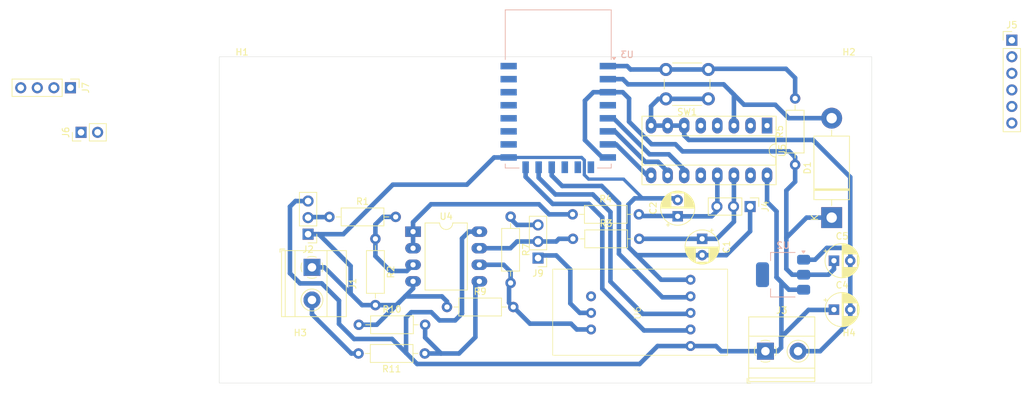
<source format=kicad_pcb>
(kicad_pcb (version 20240108) (generator "pcbnew") (generator_version "8.0")
  (layers (0 "F.Cu" signal) (31 "B.Cu" signal) (34 "B.Paste" user) (35 "F.Paste" user) (36 "B.SilkS" user "B.Silkscreen") (37 "F.SilkS" user "F.Silkscreen") (38 "B.Mask" user) (39 "F.Mask" user) (44 "Edge.Cuts" user))
  (net 0 "")
  (net 1 "GND")
  (net 2 "Vamp2")
  (net 3 "Vamp1")
  (net 4 "+5V")
  (net 5 "+3.3V")
  (net 6 "Vpanel")
  (net 7 "Vcurrent")
  (net 14 "Net-(J6-Pin_2)")
  (net 15 "TX")
  (net 16 "RX")
  (net 17 "Net-(U4A-+)")
  (net 18 "Pot+")
  (net 19 "Net-(U4A--)")
  (net 20 "Net-(U3-~{RST})")
  (net 21 "Pot-")
  (net 22 "Net-(U4B-+)")
  (net 23 "MUX_A")
  (net 24 "MUX_C")
  (net 25 "DIR")
  (net 26 "ADC_IN")
  (net 27 "MUX_B")
  (net 28 "POT_CS")
  (net 29 "STEP")
  (net 37 "Net-(J9-Pin_2)")
  (net 38 "Net-(J9-Pin_3)")
  (footprint "Capacitor_THT:CP_Radial_D5.0mm_P2.50mm" (layer "F.Cu") (at 114.2 58.75)
    (property "Reference" "C4" (at 1.25 -3.75 0) (layer "F.SilkS"))
    (property "Value" "10u")
    (pad "1" thru_hole rect (at 0 0) (size 1.6 1.6) (drill 0.8) (layers "*.Cu" "*.Mask") (net 4 "+5V"))
    (pad "2" thru_hole circle (at 2.5 0) (size 1.6 1.6) (drill 0.8) (layers "*.Cu" "*.Mask") (net 1 "GND"))
  )
  (footprint "Resistor_THT:R_Axial_DIN0207_L6.3mm_D2.5mm_P10.16mm_Horizontal" (layer "F.Cu") (at 43.93 47.9 -90)
    (property "Reference" "R2" (at 5.08 -2.37 90) (layer "F.SilkS"))
    (property "Value" "10k")
    (pad "1" thru_hole circle (at 0 0 270) (size 1.6 1.6) (drill 0.8) (layers "*.Cu" "*.Mask") (net 17 "Net-(U4A-+)"))
    (pad "2" thru_hole oval (at 10.16 0 270) (size 1.6 1.6) (drill 0.8) (layers "*.Cu" "*.Mask") (net 1 "GND"))
  )
  (footprint "Capacitor_THT:CP_Radial_D5.0mm_P2.50mm" (layer "F.Cu") (at 94 47.9 -90)
    (property "Reference" "C1" (at 1.25 -3.75 90) (layer "F.SilkS"))
    (property "Value" "1u")
    (pad "1" thru_hole rect (at 0 0 270) (size 1.6 1.6) (drill 0.8) (layers "*.Cu" "*.Mask") (net 2 "Vamp2"))
    (pad "2" thru_hole circle (at 2.5 0 270) (size 1.6 1.6) (drill 0.8) (layers "*.Cu" "*.Mask") (net 1 "GND"))
  )
  (footprint "Resistor_THT:R_Axial_DIN0207_L6.3mm_D2.5mm_P10.16mm_Horizontal" (layer "F.Cu") (at 108.25 36.55 90)
    (property "Reference" "R5" (at 5.08 -2.37 90) (layer "F.SilkS"))
    (property "Value" "10k")
    (pad "1" thru_hole circle (at 0 0 90) (size 1.6 1.6) (drill 0.8) (layers "*.Cu" "*.Mask") (net 5 "+3.3V"))
    (pad "2" thru_hole oval (at 10.16 0 90) (size 1.6 1.6) (drill 0.8) (layers "*.Cu" "*.Mask") (net 20 "Net-(U3-~{RST})"))
  )
  (footprint "Connector_PinHeader_2.54mm:PinHeader_1x04_P2.54mm_Vertical" (layer "F.Cu") (at -2.8 24.75 -90)
    (property "Reference" "J7" (at 0 -2.33 90) (layer "F.SilkS"))
    (property "Value" "PROGRAM")
    (pad "1" thru_hole rect (at 0 0 270) (size 1.7 1.7) (drill 1) (layers "*.Cu" "*.Mask") (net 15 "TX"))
    (pad "2" thru_hole oval (at 0 2.54 270) (size 1.7 1.7) (drill 1) (layers "*.Cu" "*.Mask") (net 16 "RX"))
    (pad "3" thru_hole oval (at 0 5.08 270) (size 1.7 1.7) (drill 1) (layers "*.Cu" "*.Mask") (net 1 "GND"))
    (pad "4" thru_hole oval (at 0 7.62 270) (size 1.7 1.7) (drill 1) (layers "*.Cu" "*.Mask") (net 5 "+3.3V"))
  )
  (footprint "TerminalBlock_Phoenix:TerminalBlock_Phoenix_MKDS-1,5-2_1x02_P5.00mm_Horizontal" (layer "F.Cu") (at 103.7 65.12)
    (property "Reference" "J3" (at 2.5 -6.26 0) (layer "F.SilkS"))
    (property "Value" "Reg 5V")
    (pad "1" thru_hole rect (at 0 0) (size 2.6 2.6) (drill 1.3) (layers "*.Cu" "*.Mask") (net 4 "+5V"))
    (pad "2" thru_hole circle (at 5 0) (size 2.6 2.6) (drill 1.3) (layers "*.Cu" "*.Mask") (net 1 "GND"))
  )
  (footprint "MountingHole:MountingHole_3.2mm_M3" (layer "F.Cu") (at 32.42 66.5)
    (property "Reference" "H3" (at 0 -4.2 0) (layer "F.SilkS"))
    (property "Value" "MountingHole")
    (pad "" np_thru_hole circle (at 0 0) (size 3.2 3.2) (drill 3.2) (layers "*.Cu" "*.Mask"))
  )
  (footprint "Connector_PinHeader_2.54mm:PinHeader_1x06_P2.54mm_Vertical" (layer "F.Cu") (at 141.46 17.46)
    (property "Reference" "J5" (at 0 -2.33 0) (layer "F.SilkS"))
    (property "Value" "GPIO")
    (pad "1" thru_hole rect (at 0 0) (size 1.7 1.7) (drill 1) (layers "*.Cu" "*.Mask"))
    (pad "2" thru_hole oval (at 0 2.54) (size 1.7 1.7) (drill 1) (layers "*.Cu" "*.Mask"))
    (pad "3" thru_hole oval (at 0 5.08) (size 1.7 1.7) (drill 1) (layers "*.Cu" "*.Mask"))
    (pad "4" thru_hole oval (at 0 7.62) (size 1.7 1.7) (drill 1) (layers "*.Cu" "*.Mask"))
    (pad "5" thru_hole oval (at 0 10.16) (size 1.7 1.7) (drill 1) (layers "*.Cu" "*.Mask"))
    (pad "6" thru_hole oval (at 0 12.7) (size 1.7 1.7) (drill 1) (layers "*.Cu" "*.Mask"))
  )
  (footprint "Connector_PinHeader_2.54mm:PinHeader_1x03_P2.54mm_Vertical" (layer "F.Cu") (at 33.61 47.19 180)
    (property "Reference" "J2" (at 0 -2.33 0) (layer "F.SilkS"))
    (property "Value" "ACS712")
    (pad "1" thru_hole rect (at 0 0 180) (size 1.7 1.7) (drill 1) (layers "*.Cu" "*.Mask") (net 1 "GND"))
    (pad "2" thru_hole oval (at 0 2.54 180) (size 1.7 1.7) (drill 1) (layers "*.Cu" "*.Mask") (net 7 "Vcurrent"))
    (pad "3" thru_hole oval (at 0 5.08 180) (size 1.7 1.7) (drill 1) (layers "*.Cu" "*.Mask") (net 4 "+5V"))
  )
  (footprint "MountingHole:MountingHole_3.2mm_M3" (layer "F.Cu") (at 23.49 23.49)
    (property "Reference" "H1" (at 0 -4.2 0) (layer "F.SilkS"))
    (property "Value" "MountingHole")
    (pad "" np_thru_hole circle (at 0 0) (size 3.2 3.2) (drill 3.2) (layers "*.Cu" "*.Mask"))
  )
  (footprint "TerminalBlock_Phoenix:TerminalBlock_Phoenix_MKDS-1,5-2_1x02_P5.00mm_Horizontal" (layer "F.Cu") (at 34.21 52.27 -90)
    (property "Reference" "J1" (at 2.5 -6.26 90) (layer "F.SilkS"))
    (property "Value" "Panel")
    (pad "1" thru_hole rect (at 0 0 270) (size 2.6 2.6) (drill 1.3) (layers "*.Cu" "*.Mask") (net 1 "GND"))
    (pad "2" thru_hole circle (at 5 0 270) (size 2.6 2.6) (drill 1.3) (layers "*.Cu" "*.Mask") (net 6 "Vpanel"))
  )
  (footprint "Resistor_THT:R_Axial_DIN0207_L6.3mm_D2.5mm_P10.16mm_Horizontal" (layer "F.Cu") (at 36.88 44.54)
    (property "Reference" "R1" (at 5.08 -2.37 0) (layer "F.SilkS"))
    (property "Value" "20k")
    (pad "1" thru_hole circle (at 0 0) (size 1.6 1.6) (drill 0.8) (layers "*.Cu" "*.Mask") (net 7 "Vcurrent"))
    (pad "2" thru_hole oval (at 10.16 0) (size 1.6 1.6) (drill 0.8) (layers "*.Cu" "*.Mask") (net 17 "Net-(U4A-+)"))
  )
  (footprint "MountingHole:MountingHole_3.2mm_M3" (layer "F.Cu") (at 116.5 23.49)
    (property "Reference" "H2" (at 0 -4.2 0) (layer "F.SilkS"))
    (property "Value" "MountingHole")
    (pad "" np_thru_hole circle (at 0 0) (size 3.2 3.2) (drill 3.2) (layers "*.Cu" "*.Mask"))
  )
  (footprint "Resistor_THT:R_Axial_DIN0207_L6.3mm_D2.5mm_P10.16mm_Horizontal" (layer "F.Cu") (at 74.2 47.9)
    (property "Reference" "R3" (at 5.08 -2.37 0) (layer "F.SilkS"))
    (property "Value" "4.7k")
    (pad "1" thru_hole circle (at 0 0) (size 1.6 1.6) (drill 0.8) (layers "*.Cu" "*.Mask") (net 37 "Net-(J9-Pin_2)"))
    (pad "2" thru_hole oval (at 10.16 0) (size 1.6 1.6) (drill 0.8) (layers "*.Cu" "*.Mask") (net 2 "Vamp2"))
  )
  (footprint "Resistor_THT:R_Axial_DIN0207_L6.3mm_D2.5mm_P10.16mm_Horizontal" (layer "F.Cu") (at 74.15 44.15)
    (property "Reference" "R4" (at 5.08 -2.37 0) (layer "F.SilkS"))
    (property "Value" "4.7k")
    (pad "1" thru_hole circle (at 0 0) (size 1.6 1.6) (drill 0.8) (layers "*.Cu" "*.Mask") (net 19 "Net-(U4A--)"))
    (pad "2" thru_hole oval (at 10.16 0) (size 1.6 1.6) (drill 0.8) (layers "*.Cu" "*.Mask") (net 3 "Vamp1"))
  )
  (footprint "Componentes:X9C103S" (layer "F.Cu") (at 84.6 59.25 90)
    (property "Reference" "U6" (at 0 -0.5 90) (layer "F.SilkS") (effects (font (thickness 0.1))))
    (property "Value" "X9C103S")
    (pad "1" thru_hole circle (at 0 7.62 90) (size 1.524 1.524) (drill 0.762) (layers "*.Cu" "*.Mask") (net 29 "STEP"))
    (pad "2" thru_hole circle (at 2.54 7.62 90) (size 1.524 1.524) (drill 0.762) (layers "*.Cu" "*.Mask") (net 25 "DIR"))
    (pad "3" thru_hole circle (at 2.54 -7.62 90) (size 1.524 1.524) (drill 0.762) (layers "*.Cu" "*.Mask"))
    (pad "4" thru_hole circle (at 5.08 7.62 90) (size 1.524 1.524) (drill 0.762) (layers "*.Cu" "*.Mask") (net 1 "GND"))
    (pad "5" thru_hole circle (at 0 -7.62 90) (size 1.524 1.524) (drill 0.762) (layers "*.Cu" "*.Mask") (net 18 "Pot+"))
    (pad "6" thru_hole circle (at -2.54 -7.62 90) (size 1.524 1.524) (drill 0.762) (layers "*.Cu" "*.Mask") (net 21 "Pot-"))
    (pad "7" thru_hole circle (at -2.54 7.62 90) (size 1.524 1.524) (drill 0.762) (layers "*.Cu" "*.Mask") (net 28 "POT_CS"))
    (pad "8" thru_hole circle (at -5.08 7.62 90) (size 1.524 1.524) (drill 0.762) (layers "*.Cu" "*.Mask") (net 4 "+5V"))
  )
  (footprint "MountingHole:MountingHole_3.2mm_M3" (layer "F.Cu") (at 116.52 66.51)
    (property "Reference" "H4" (at 0 -4.2 0) (layer "F.SilkS"))
    (property "Value" "MountingHole")
    (pad "" np_thru_hole circle (at 0 0) (size 3.2 3.2) (drill 3.2) (layers "*.Cu" "*.Mask"))
  )
  (footprint "Connector_PinHeader_2.54mm:PinHeader_1x02_P2.54mm_Vertical" (layer "F.Cu") (at -1.18 31.58 90)
    (property "Reference" "J6" (at 0 -2.33 90) (layer "F.SilkS"))
    (property "Value" "JUMPER_PROG")
    (pad "1" thru_hole rect (at 0 0 90) (size 1.7 1.7) (drill 1) (layers "*.Cu" "*.Mask") (net 1 "GND"))
    (pad "2" thru_hole oval (at 0 2.54 90) (size 1.7 1.7) (drill 1) (layers "*.Cu" "*.Mask") (net 14 "Net-(J6-Pin_2)"))
  )
  (footprint "Resistor_THT:R_Axial_DIN0207_L6.3mm_D2.5mm_P10.16mm_Horizontal" (layer "F.Cu") (at 51.5 65.47 180)
    (property "Reference" "R11" (at 5.08 -2.37 0) (layer "F.SilkS"))
    (property "Value" "100k")
    (pad "1" thru_hole circle (at 0 0 180) (size 1.6 1.6) (drill 0.8) (layers "*.Cu" "*.Mask") (net 22 "Net-(U4B-+)"))
    (pad "2" thru_hole oval (at 10.16 0 180) (size 1.6 1.6) (drill 0.8) (layers "*.Cu" "*.Mask") (net 6 "Vpanel"))
  )
  (footprint "Resistor_THT:R_Axial_DIN0207_L6.3mm_D2.5mm_P10.16mm_Horizontal" (layer "F.Cu") (at 54.9 58.35)
    (property "Reference" "R9" (at 5.08 -2.37 0) (layer "F.SilkS"))
    (property "Value" "1.5k")
    (pad "1" thru_hole circle (at 0 0) (size 1.6 1.6) (drill 0.8) (layers "*.Cu" "*.Mask") (net 1 "GND"))
    (pad "2" thru_hole oval (at 10.16 0) (size 1.6 1.6) (drill 0.8) (layers "*.Cu" "*.Mask") (net 21 "Pot-"))
  )
  (footprint "Diode_THT:D_DO-201AD_P15.24mm_Horizontal" (layer "F.Cu") (at 113.85 44.65 90)
    (property "Reference" "D1" (at 7.62 -3.72 90) (layer "F.SilkS"))
    (property "Value" "1N5822")
    (fp_text user "K" (at 0 -2.6 90) (layer "F.SilkS"))
    (pad "1" thru_hole rect (at 0 0 90) (size 3.2 3.2) (drill 1.6) (layers "*.Cu" "*.Mask") (net 5 "+3.3V"))
    (pad "2" thru_hole oval (at 15.24 0 90) (size 3.2 3.2) (drill 1.6) (layers "*.Cu" "*.Mask") (net 26 "ADC_IN"))
  )
  (footprint "Connector_PinHeader_2.54mm:PinHeader_1x03_P2.54mm_Vertical" (layer "F.Cu") (at 101.35 42.95 -90)
    (property "Reference" "J4" (at 0 -2.33 90) (layer "F.SilkS"))
    (property "Value" "AMP_OUT")
    (pad "1" thru_hole rect (at 0 0 270) (size 1.7 1.7) (drill 1) (layers "*.Cu" "*.Mask") (net 1 "GND"))
    (pad "2" thru_hole oval (at 0 2.54 270) (size 1.7 1.7) (drill 1) (layers "*.Cu" "*.Mask") (net 2 "Vamp2"))
    (pad "3" thru_hole oval (at 0 5.08 270) (size 1.7 1.7) (drill 1) (layers "*.Cu" "*.Mask") (net 3 "Vamp1"))
  )
  (footprint "Capacitor_THT:CP_Radial_D5.0mm_P2.50mm" (layer "F.Cu") (at 114.2 51.25)
    (property "Reference" "C5" (at 1.25 -3.75 360) (layer "F.SilkS"))
    (property "Value" "10u")
    (pad "1" thru_hole rect (at 0 0) (size 1.6 1.6) (drill 0.8) (layers "*.Cu" "*.Mask") (net 5 "+3.3V"))
    (pad "2" thru_hole circle (at 2.5 0) (size 1.6 1.6) (drill 0.8) (layers "*.Cu" "*.Mask") (net 1 "GND"))
  )
  (footprint "Package_DIP:DIP-16_W7.62mm_Socket_LongPads" (layer "F.Cu") (at 103.95 30.55 -90)
    (property "Reference" "U5" (at 3.81 -2.33 90) (layer "F.SilkS"))
    (property "Value" "4051")
    (pad "1" thru_hole rect (at 0 0 270) (size 2.4 1.6) (drill 0.8) (layers "*.Cu" "*.Mask"))
    (pad "2" thru_hole oval (at 0 2.54 270) (size 2.4 1.6) (drill 0.8) (layers "*.Cu" "*.Mask"))
    (pad "3" thru_hole oval (at 0 5.08 270) (size 2.4 1.6) (drill 0.8) (layers "*.Cu" "*.Mask") (net 26 "ADC_IN"))
    (pad "4" thru_hole oval (at 0 7.62 270) (size 2.4 1.6) (drill 0.8) (layers "*.Cu" "*.Mask"))
    (pad "5" thru_hole oval (at 0 10.16 270) (size 2.4 1.6) (drill 0.8) (layers "*.Cu" "*.Mask"))
    (pad "6" thru_hole oval (at 0 12.7 270) (size 2.4 1.6) (drill 0.8) (layers "*.Cu" "*.Mask") (net 1 "GND"))
    (pad "7" thru_hole oval (at 0 15.24 270) (size 2.4 1.6) (drill 0.8) (layers "*.Cu" "*.Mask") (net 1 "GND"))
    (pad "8" thru_hole oval (at 0 17.78 270) (size 2.4 1.6) (drill 0.8) (layers "*.Cu" "*.Mask") (net 1 "GND"))
    (pad "9" thru_hole oval (at 7.62 17.78 270) (size 2.4 1.6) (drill 0.8) (layers "*.Cu" "*.Mask") (net 24 "MUX_C"))
    (pad "10" thru_hole oval (at 7.62 15.24 270) (size 2.4 1.6) (drill 0.8) (layers "*.Cu" "*.Mask") (net 27 "MUX_B"))
    (pad "11" thru_hole oval (at 7.62 12.7 270) (size 2.4 1.6) (drill 0.8) (layers "*.Cu" "*.Mask") (net 23 "MUX_A"))
    (pad "12" thru_hole oval (at 7.62 10.16 270) (size 2.4 1.6) (drill 0.8) (layers "*.Cu" "*.Mask"))
    (pad "13" thru_hole oval (at 7.62 7.62 270) (size 2.4 1.6) (drill 0.8) (layers "*.Cu" "*.Mask") (net 3 "Vamp1"))
    (pad "14" thru_hole oval (at 7.62 5.08 270) (size 2.4 1.6) (drill 0.8) (layers "*.Cu" "*.Mask") (net 2 "Vamp2"))
    (pad "15" thru_hole oval (at 7.62 2.54 270) (size 2.4 1.6) (drill 0.8) (layers "*.Cu" "*.Mask"))
    (pad "16" thru_hole oval (at 7.62 0 270) (size 2.4 1.6) (drill 0.8) (layers "*.Cu" "*.Mask") (net 4 "+5V"))
  )
  (footprint "Resistor_THT:R_Axial_DIN0207_L6.3mm_D2.5mm_P10.16mm_Horizontal" (layer "F.Cu") (at 64.65 44.5 -90)
    (property "Reference" "R7" (at 5.08 -2.37 90) (layer "F.SilkS"))
    (property "Value" "3.3k")
    (pad "1" thru_hole circle (at 0 0 270) (size 1.6 1.6) (drill 0.8) (layers "*.Cu" "*.Mask") (net 38 "Net-(J9-Pin_3)"))
    (pad "2" thru_hole oval (at 10.16 0 270) (size 1.6 1.6) (drill 0.8) (layers "*.Cu" "*.Mask") (net 21 "Pot-"))
  )
  (footprint "Connector_PinHeader_2.54mm:PinHeader_1x03_P2.54mm_Vertical" (layer "F.Cu") (at 68.85 50.85 180)
    (property "Reference" "J9" (at 0 -2.33 0) (layer "F.SilkS"))
    (property "Value" "Jumper_fixed_r")
    (pad "1" thru_hole rect (at 0 0 180) (size 1.7 1.7) (drill 1) (layers "*.Cu" "*.Mask") (net 18 "Pot+"))
    (pad "2" thru_hole oval (at 0 2.54 180) (size 1.7 1.7) (drill 1) (layers "*.Cu" "*.Mask") (net 37 "Net-(J9-Pin_2)"))
    (pad "3" thru_hole oval (at 0 5.08 180) (size 1.7 1.7) (drill 1) (layers "*.Cu" "*.Mask") (net 38 "Net-(J9-Pin_3)"))
  )
  (footprint "Package_DIP:DIP-8_W10.16mm_LongPads" (layer "F.Cu") (at 49.7 46.8)
    (property "Reference" "U4" (at 5.08 -2.33 0) (layer "F.SilkS"))
    (property "Value" "LM358")
    (pad "1" thru_hole rect (at 0 0) (size 2.4 1.6) (drill 0.8) (layers "*.Cu" "*.Mask") (net 19 "Net-(U4A--)"))
    (pad "2" thru_hole oval (at 0 2.54) (size 2.4 1.6) (drill 0.8) (layers "*.Cu" "*.Mask") (net 19 "Net-(U4A--)"))
    (pad "3" thru_hole oval (at 0 5.08) (size 2.4 1.6) (drill 0.8) (layers "*.Cu" "*.Mask") (net 17 "Net-(U4A-+)"))
    (pad "4" thru_hole oval (at 0 7.62) (size 2.4 1.6) (drill 0.8) (layers "*.Cu" "*.Mask") (net 1 "GND"))
    (pad "5" thru_hole oval (at 10.16 7.62) (size 2.4 1.6) (drill 0.8) (layers "*.Cu" "*.Mask") (net 22 "Net-(U4B-+)"))
    (pad "6" thru_hole oval (at 10.16 5.08) (size 2.4 1.6) (drill 0.8) (layers "*.Cu" "*.Mask") (net 21 "Pot-"))
    (pad "7" thru_hole oval (at 10.16 2.54) (size 2.4 1.6) (drill 0.8) (layers "*.Cu" "*.Mask") (net 37 "Net-(J9-Pin_2)"))
    (pad "8" thru_hole oval (at 10.16 0) (size 2.4 1.6) (drill 0.8) (layers "*.Cu" "*.Mask") (net 4 "+5V"))
  )
  (footprint "Capacitor_THT:CP_Radial_D5.0mm_P2.50mm" (layer "F.Cu") (at 90.25 44.45 90)
    (property "Reference" "C2" (at 1.25 -3.75 90) (layer "F.SilkS"))
    (property "Value" "1u")
    (pad "1" thru_hole rect (at 0 0 90) (size 1.6 1.6) (drill 0.8) (layers "*.Cu" "*.Mask") (net 3 "Vamp1"))
    (pad "2" thru_hole circle (at 2.5 0 90) (size 1.6 1.6) (drill 0.8) (layers "*.Cu" "*.Mask") (net 1 "GND"))
  )
  (footprint "Resistor_THT:R_Axial_DIN0207_L6.3mm_D2.5mm_P10.16mm_Horizontal" (layer "F.Cu") (at 41.39 61.07)
    (property "Reference" "R10" (at 5.08 -2.37 0) (layer "F.SilkS"))
    (property "Value" "2.2k")
    (pad "1" thru_hole circle (at 0 0) (size 1.6 1.6) (drill 0.8) (layers "*.Cu" "*.Mask") (net 1 "GND"))
    (pad "2" thru_hole oval (at 10.16 0) (size 1.6 1.6) (drill 0.8) (layers "*.Cu" "*.Mask") (net 22 "Net-(U4B-+)"))
  )
  (footprint "Button_Switch_THT:SW_PUSH_6mm" (layer "F.Cu") (at 94.95 26.45 180)
    (property "Reference" "SW1" (at 3.25 -2 0) (layer "F.SilkS"))
    (property "Value" "SW_Push")
    (pad "1" thru_hole circle (at 0 0 270) (size 2 2) (drill 1.1) (layers "*.Cu" "*.Mask") (net 1 "GND"))
    (pad "1" thru_hole circle (at 6.5 0 270) (size 2 2) (drill 1.1) (layers "*.Cu" "*.Mask") (net 1 "GND"))
    (pad "2" thru_hole circle (at 0 4.5 270) (size 2 2) (drill 1.1) (layers "*.Cu" "*.Mask") (net 20 "Net-(U3-~{RST})"))
    (pad "2" thru_hole circle (at 6.5 4.5 270) (size 2 2) (drill 1.1) (layers "*.Cu" "*.Mask") (net 20 "Net-(U3-~{RST})"))
  )
  (footprint "RF_Module:ESP-12E" (layer "B.Cu") (at 71.95 24.93 180)
    (property "Reference" "U3" (at -10.56 5.26 0) (layer "B.SilkS") (effects (justify mirror)))
    (property "Value" "ESP-12F")
    (pad "1" smd rect (at -7.6 3.5 180) (size 2.5 1) (layers "B.Cu" "B.Paste" "B.Mask") (net 20 "Net-(U3-~{RST})"))
    (pad "2" smd rect (at -7.6 1.5 180) (size 2.5 1) (layers "B.Cu" "B.Paste" "B.Mask") (net 26 "ADC_IN"))
    (pad "3" smd rect (at -7.6 -0.5 180) (size 2.5 1) (layers "B.Cu" "B.Paste" "B.Mask") (net 5 "+3.3V"))
    (pad "4" smd rect (at -7.6 -2.5 180) (size 2.5 1) (layers "B.Cu" "B.Paste" "B.Mask"))
    (pad "5" smd rect (at -7.6 -4.5 180) (size 2.5 1) (layers "B.Cu" "B.Paste" "B.Mask") (net 23 "MUX_A"))
    (pad "6" smd rect (at -7.6 -6.5 180) (size 2.5 1) (layers "B.Cu" "B.Paste" "B.Mask") (net 27 "MUX_B"))
    (pad "7" smd rect (at -7.6 -8.5 180) (size 2.5 1) (layers "B.Cu" "B.Paste" "B.Mask") (net 24 "MUX_C"))
    (pad "8" smd rect (at -7.6 -10.5 180) (size 2.5 1) (layers "B.Cu" "B.Paste" "B.Mask") (net 5 "+3.3V"))
    (pad "9" smd rect (at -5 -12 180) (size 1 1.8) (layers "B.Cu" "B.Paste" "B.Mask"))
    (pad "10" smd rect (at -3 -12 180) (size 1 1.8) (layers "B.Cu" "B.Paste" "B.Mask"))
    (pad "11" smd rect (at -1 -12 180) (size 1 1.8) (layers "B.Cu" "B.Paste" "B.Mask"))
    (pad "12" smd rect (at 1 -12 180) (size 1 1.8) (layers "B.Cu" "B.Paste" "B.Mask") (net 25 "DIR"))
    (pad "13" smd rect (at 3 -12 180) (size 1 1.8) (layers "B.Cu" "B.Paste" "B.Mask") (net 29 "STEP"))
    (pad "14" smd rect (at 5 -12 180) (size 1 1.8) (layers "B.Cu" "B.Paste" "B.Mask") (net 28 "POT_CS"))
    (pad "15" smd rect (at 7.6 -10.5 180) (size 2.5 1) (layers "B.Cu" "B.Paste" "B.Mask") (net 1 "GND"))
    (pad "16" smd rect (at 7.6 -8.5 180) (size 2.5 1) (layers "B.Cu" "B.Paste" "B.Mask"))
    (pad "17" smd rect (at 7.6 -6.5 180) (size 2.5 1) (layers "B.Cu" "B.Paste" "B.Mask"))
    (pad "18" smd rect (at 7.6 -4.5 180) (size 2.5 1) (layers "B.Cu" "B.Paste" "B.Mask") (net 14 "Net-(J6-Pin_2)"))
    (pad "19" smd rect (at 7.6 -2.5 180) (size 2.5 1) (layers "B.Cu" "B.Paste" "B.Mask"))
    (pad "20" smd rect (at 7.6 -0.5 180) (size 2.5 1) (layers "B.Cu" "B.Paste" "B.Mask"))
    (pad "21" smd rect (at 7.6 1.5 180) (size 2.5 1) (layers "B.Cu" "B.Paste" "B.Mask") (net 16 "RX"))
    (pad "22" smd rect (at 7.6 3.5 180) (size 2.5 1) (layers "B.Cu" "B.Paste" "B.Mask") (net 15 "TX"))
  )
  (footprint "Package_TO_SOT_SMD:SOT-223-3_TabPin2" (layer "B.Cu") (at 106.4 53.4 180)
    (property "Reference" "U2" (at 0 4.5 0) (layer "B.SilkS") (effects (justify mirror)))
    (property "Value" "AMS1117-3.3")
    (pad "1" smd roundrect (at -3.15 2.3 180) (size 2 1.5) (layers "B.Cu" "B.Paste" "B.Mask") (net 1 "GND"))
    (pad "2" smd roundrect (at -3.15 0 180) (size 2 1.5) (layers "B.Cu" "B.Paste" "B.Mask") (net 5 "+3.3V"))
    (pad "2" smd roundrect (at 3.15 0 180) (size 2 3.8) (layers "B.Cu" "B.Paste" "B.Mask") (net 5 "+3.3V"))
    (pad "3" smd roundrect (at -3.15 -2.3 180) (size 2 1.5) (layers "B.Cu" "B.Paste" "B.Mask") (net 4 "+5V"))
  )
  (gr_rect (start 20 20) (end 120 70) (stroke (width 0.05)) (fill none) (layer "Edge.Cuts"))
  (segment (start 43.93 58.35) (end 43.84 58.44) (width 0.7) (layer "B.Cu") (net 1))
  (segment (start 116 49.3) (end 116.7 50) (width 0.7) (layer "B.Cu") (net 1))
  (segment (start 116.7 58.75) (end 116.7 60.5) (width 0.7) (layer "B.Cu") (net 1))
  (segment (start 43.93 58.06) (end 47.14 58.06) (width 0.7) (layer "B.Cu") (net 1))
  (segment (start 35.26 47.19) (end 33.61 47.19) (width 0.7) (layer "B.Cu") (net 1))
  (segment (start 62.12 35.43) (end 64.35 35.43) (width 0.7) (layer "B.Cu") (net 1))
  (segment (start 88.45 26.45) (end 94.95 26.45) (width 0.7) (layer "B.Cu") (net 1))
  (segment (start 76.6 38.75) (end 75.95 38.1) (width 0.5) (layer "B.Cu") (net 1))
  (segment (start 113.1 49.3) (end 116 49.3) (width 0.7) (layer "B.Cu") (net 1))
  (segment (start 86.17 30.55) (end 88.71 30.55) (width 0.7) (layer "B.Cu") (net 1))
  (segment (start 90 41.7) (end 83.65 41.7) (width 0.7) (layer "B.Cu") (net 1))
  (segment (start 116.7 50) (end 116.7 38.45) (width 0.7) (layer "B.Cu") (net 1))
  (segment (start 83.775 50.225) (end 87.72 54.17) (width 0.7) (layer "B.Cu") (net 1))
  (segment (start 57.95 39.6) (end 62.12 35.43) (width 0.7) (layer "B.Cu") (net 1))
  (segment (start 116.7 38.45) (end 111 32.75) (width 0.7) (layer "B.Cu") (net 1))
  (segment (start 81.95 38.75) (end 76.6 38.75) (width 0.5) (layer "B.Cu") (net 1))
  (segment (start 91.95 32.75) (end 91.25 32.05) (width 0.7) (layer "B.Cu") (net 1))
  (segment (start 44.13 61.07) (end 41.39 61.07) (width 0.7) (layer "B.Cu") (net 1))
  (segment (start 86.17 27.58) (end 86.17 30.55) (width 0.7) (layer "B.Cu") (net 1))
  (segment (start 49.7 55.5) (end 44.13 61.07) (width 0.7) (layer "B.Cu") (net 1))
  (segment (start 111 32.75) (end 91.95 32.75) (width 0.7) (layer "B.Cu") (net 1))
  (segment (start 43.93 58.06) (end 43.93 58.35) (width 0.7) (layer "B.Cu") (net 1))
  (segment (start 116.7 60.5) (end 112.08 65.12) (width 0.7) (layer "B.Cu") (net 1))
  (segment (start 87.72 54.17) (end 92.22 54.17) (width 0.7) (layer "B.Cu") (net 1))
  (segment (start 40.13 52.06) (end 35.26 47.19) (width 0.7) (layer "B.Cu") (net 1))
  (segment (start 36.1 52.27) (end 40.13 56.3) (width 0.7) (layer "B.Cu") (net 1))
  (segment (start 47.14 58.06) (end 47.675 57.525) (width 0.7) (layer "B.Cu") (net 1))
  (segment (start 83.95 50.4) (end 83.775 50.225) (width 0.7) (layer "B.Cu") (net 1))
  (segment (start 88.45 26.45) (end 87.3 26.45) (width 0.7) (layer "B.Cu") (net 1))
  (segment (start 94 50.4) (end 97.7 50.4) (width 0.7) (layer "B.Cu") (net 1))
  (segment (start 94 50.4) (end 83.95 50.4) (width 0.7) (layer "B.Cu") (net 1))
  (segment (start 48.475 56.725) (end 54.125 56.725) (width 0.7) (layer "B.Cu") (net 1))
  (segment (start 109.55 51.1) (end 111.3 51.1) (width 0.7) (layer "B.Cu") (net 1))
  (segment (start 90.25 41.95) (end 90 41.7) (width 0.7) (layer "B.Cu") (net 1))
  (segment (start 112.08 65.12) (end 108.7 65.12) (width 0.7) (layer "B.Cu") (net 1))
  (segment (start 39.01 47.19) (end 46.6 39.6) (width 0.7) (layer "B.Cu") (net 1))
  (segment (start 43.93 58.06) (end 41.89 58.06) (width 0.7) (layer "B.Cu") (net 1))
  (segment (start 41.89 58.06) (end 40.13 56.3) (width 0.7) (layer "B.Cu") (net 1))
  (segment (start 97.7 50.4) (end 101.35 46.75) (width 0.7) (layer "B.Cu") (net 1))
  (segment (start 54.125 56.725) (end 54.9 57.5) (width 0.7) (layer "B.Cu") (net 1))
  (segment (start 75.53 35.43) (end 64.35 35.43) (width 0.5) (layer "B.Cu") (net 1))
  (segment (start 116.7 50) (end 116.7 51.25) (width 0.7) (layer "B.Cu") (net 1))
  (segment (start 75.95 35.85) (end 75.53 35.43) (width 0.5) (layer "B.Cu") (net 1))
  (segment (start 82.7 42.65) (end 82.7 49.15) (width 0.7) (layer "B.Cu") (net 1))
  (segment (start 40.13 56.3) (end 40.13 52.06) (width 0.7) (layer "B.Cu") (net 1))
  (segment (start 116.7 58.75) (end 116.7 51.25) (width 0.7) (layer "B.Cu") (net 1))
  (segment (start 75.95 38.1) (end 75.95 35.85) (width 0.5) (layer "B.Cu") (net 1))
  (segment (start 46.6 39.6) (end 57.95 39.6) (width 0.7) (layer "B.Cu") (net 1))
  (segment (start 83.65 41.7) (end 82.7 42.65) (width 0.7) (layer "B.Cu") (net 1))
  (segment (start 82.7 49.15) (end 83.775 50.225) (width 0.7) (layer "B.Cu") (net 1))
  (segment (start 111.3 51.1) (end 113.1 49.3) (width 0.7) (layer "B.Cu") (net 1))
  (segment (start 91.25 32.05) (end 91.25 30.55) (width 0.7) (layer "B.Cu") (net 1))
  (segment (start 101.35 46.75) (end 101.35 42.95) (width 0.7) (layer "B.Cu") (net 1))
  (segment (start 85.1 41.7) (end 84.9 41.7) (width 0.5) (layer "B.Cu") (net 1))
  (segment (start 54.9 57.5) (end 54.9 58.35) (width 0.7) (layer "B.Cu") (net 1))
  (segment (start 34.21 52.27) (end 36.1 52.27) (width 0.7) (layer "B.Cu") (net 1))
  (segment (start 49.7 54.42) (end 49.7 55.5) (width 0.7) (layer "B.Cu") (net 1))
  (segment (start 88.71 30.55) (end 91.25 30.55) (width 0.7) (layer "B.Cu") (net 1))
  (segment (start 87.3 26.45) (end 86.17 27.58) (width 0.7) (layer "B.Cu") (net 1))
  (segment (start 33.61 47.19) (end 39.01 47.19) (width 0.7) (layer "B.Cu") (net 1))
  (segment (start 84.9 41.7) (end 81.95 38.75) (width 0.5) (layer "B.Cu") (net 1))
  (segment (start 84.36 47.9) (end 94 47.9) (width 0.7) (layer "B.Cu") (net 2))
  (segment (start 98.87 45.28) (end 96.25 47.9) (width 0.7) (layer "B.Cu") (net 2))
  (segment (start 98.87 38.17) (end 98.87 45.28) (width 0.7) (layer "B.Cu") (net 2))
  (segment (start 96.25 47.9) (end 94 47.9) (width 0.7) (layer "B.Cu") (net 2))
  (segment (start 95.45 44.45) (end 96.33 43.57) (width 0.7) (layer "B.Cu") (net 3))
  (segment (start 84.56 44.4) (end 90.2 44.4) (width 0.7) (layer "B.Cu") (net 3))
  (segment (start 90.2 44.4) (end 90.25 44.45) (width 0.7) (layer "B.Cu") (net 3))
  (segment (start 90.25 44.45) (end 95.45 44.45) (width 0.7) (layer "B.Cu") (net 3))
  (segment (start 84.31 44.15) (end 84.56 44.4) (width 0.7) (layer "B.Cu") (net 3))
  (segment (start 96.33 43.57) (end 96.33 38.17) (width 0.7) (layer "B.Cu") (net 3))
  (segment (start 106.1 63) (end 106.15 62.95) (width 0.7) (layer "B.Cu") (net 4))
  (segment (start 52.49 59.14) (end 53.75 60.4) (width 0.7) (layer "B.Cu") (net 4))
  (segment (start 107.3 55.7) (end 105.4 53.8) (width 0.7) (layer "B.Cu") (net 4))
  (segment (start 110.3 58.8) (end 106.1 63) (width 0.7) (layer "B.Cu") (net 4))
  (segment (start 56.15 60.4) (end 57.2 59.35) (width 0.7) (layer "B.Cu") (net 4))
  (segment (start 46.49 63.25) (end 40.66 63.25) (width 0.7) (layer "B.Cu") (net 4))
  (segment (start 105.4 43.7) (end 103.95 42.25) (width 0.7) (layer "B.Cu") (net 4))
  (segment (start 84.42 67.08) (end 50.32 67.08) (width 0.7) (layer "B.Cu") (net 4))
  (segment (start 96.92 65.12) (end 96.13 64.33) (width 0.7) (layer "B.Cu") (net 4))
  (segment (start 32.38 54.73) (end 30.84 53.19) (width 0.7) (layer "B.Cu") (net 4))
  (segment (start 114.2 58.75) (end 114.15 58.8) (width 0.7) (layer "B.Cu") (net 4))
  (segment (start 30.84 42.96) (end 31.69 42.11) (width 0.7) (layer "B.Cu") (net 4))
  (segment (start 105.4 53.8) (end 105.4 43.7) (width 0.7) (layer "B.Cu") (net 4))
  (segment (start 35.71 54.73) (end 32.38 54.73) (width 0.7) (layer "B.Cu") (net 4))
  (segment (start 106.15 54.55) (end 105.4 53.8) (width 0.7) (layer "B.Cu") (net 4))
  (segment (start 106.15 62.95) (end 106.15 54.55) (width 0.7) (layer "B.Cu") (net 4))
  (segment (start 106.1 63) (end 106.1 64.6) (width 0.7) (layer "B.Cu") (net 4))
  (segment (start 57.2 47.85) (end 58.25 46.8) (width 0.7) (layer "B.Cu") (net 4))
  (segment (start 48.63 59.95) (end 49.44 59.14) (width 0.7) (layer "B.Cu") (net 4))
  (segment (start 114.15 58.8) (end 110.3 58.8) (width 0.7) (layer "B.Cu") (net 4))
  (segment (start 58.25 46.8) (end 59.86 46.8) (width 0.7) (layer "B.Cu") (net 4))
  (segment (start 103.95 42.25) (end 103.95 38.17) (width 0.7) (layer "B.Cu") (net 4))
  (segment (start 38.35 60.94) (end 38.35 57.37) (width 0.7) (layer "B.Cu") (net 4))
  (segment (start 103.7 65.12) (end 96.92 65.12) (width 0.7) (layer "B.Cu") (net 4))
  (segment (start 31.69 42.11) (end 33.61 42.11) (width 0.7) (layer "B.Cu") (net 4))
  (segment (start 38.35 57.37) (end 35.71 54.73) (width 0.7) (layer "B.Cu") (net 4))
  (segment (start 87.17 64.33) (end 84.42 67.08) (width 0.7) (layer "B.Cu") (net 4))
  (segment (start 49.44 59.14) (end 52.49 59.14) (width 0.7) (layer "B.Cu") (net 4))
  (segment (start 96.13 64.33) (end 92.22 64.33) (width 0.7) (layer "B.Cu") (net 4))
  (segment (start 40.66 63.25) (end 38.35 60.94) (width 0.7) (layer "B.Cu") (net 4))
  (segment (start 53.75 60.4) (end 56.15 60.4) (width 0.7) (layer "B.Cu") (net 4))
  (segment (start 57.2 59.35) (end 57.2 47.85) (width 0.7) (layer "B.Cu") (net 4))
  (segment (start 106.1 64.6) (end 105.58 65.12) (width 0.7) (layer "B.Cu") (net 4))
  (segment (start 50.32 67.08) (end 48.63 65.39) (width 0.7) (layer "B.Cu") (net 4))
  (segment (start 48.63 65.39) (end 48.63 59.95) (width 0.7) (layer "B.Cu") (net 4))
  (segment (start 48.63 65.39) (end 46.49 63.25) (width 0.7) (layer "B.Cu") (net 4))
  (segment (start 105.58 65.12) (end 103.7 65.12) (width 0.7) (layer "B.Cu") (net 4))
  (segment (start 109.55 55.7) (end 107.3 55.7) (width 0.7) (layer "B.Cu") (net 4))
  (segment (start 92.22 64.33) (end 87.17 64.33) (width 0.7) (layer "B.Cu") (net 4))
  (segment (start 30.84 53.19) (end 30.84 42.96) (width 0.7) (layer "B.Cu") (net 4))
  (segment (start 106.9 52.5) (end 106.9 47.75) (width 0.7) (layer "B.Cu") (net 5))
  (segment (start 79.55 25.43) (end 81.83 25.43) (width 0.7) (layer "B.Cu") (net 5))
  (segment (start 107.8 53.4) (end 106.9 52.5) (width 0.7) (layer "B.Cu") (net 5))
  (segment (start 76.04 32.77) (end 78.7 35.43) (width 0.7) (layer "B.Cu") (net 5))
  (segment (start 79.55 25.43) (end 77.33 25.43) (width 0.7) (layer "B.Cu") (net 5))
  (segment (start 91 34.5) (end 107.35 34.5) (width 0.7) (layer "B.Cu") (net 5))
  (segment (start 86.25 33.4) (end 89.9 33.4) (width 0.7) (layer "B.Cu") (net 5))
  (segment (start 113.85 44.65) (end 110 44.65) (width 0.7) (layer "B.Cu") (net 5))
  (segment (start 109.55 53.4) (end 107.8 53.4) (width 0.7) (layer "B.Cu") (net 5))
  (segment (start 78.7 35.43) (end 79.55 35.43) (width 0.7) (layer "B.Cu") (net 5))
  (segment (start 114.2 52.55) (end 114.2 51.25) (width 0.7) (layer "B.Cu") (net 5))
  (segment (start 106.9 47.75) (end 106.9 40.5) (width 0.7) (layer "B.Cu") (net 5))
  (segment (start 107.35 34.5) (end 108.25 35.4) (width 0.7) (layer "B.Cu") (net 5))
  (segment (start 89.9 33.4) (end 91 34.5) (width 0.7) (layer "B.Cu") (net 5))
  (segment (start 82.8 26.4) (end 82.8 29.95) (width 0.7) (layer "B.Cu") (net 5))
  (segment (start 77.33 25.43) (end 76.04 26.72) (width 0.7) (layer "B.Cu") (net 5))
  (segment (start 81.83 25.43) (end 82.8 26.4) (width 0.7) (layer "B.Cu") (net 5))
  (segment (start 76.04 26.72) (end 76.04 32.77) (width 0.7) (layer "B.Cu") (net 5))
  (segment (start 113.35 53.4) (end 114.2 52.55) (width 0.7) (layer "B.Cu") (net 5))
  (segment (start 110 44.65) (end 106.9 47.75) (width 0.7) (layer "B.Cu") (net 5))
  (segment (start 109.55 53.4) (end 113.35 53.4) (width 0.7) (layer "B.Cu") (net 5))
  (segment (start 108.25 39.15) (end 108.25 36.55) (width 0.7) (layer "B.Cu") (net 5))
  (segment (start 108.25 35.4) (end 108.25 36.55) (width 0.7) (layer "B.Cu") (net 5))
  (segment (start 106.9 40.5) (end 108.25 39.15) (width 0.7) (layer "B.Cu") (net 5))
  (segment (start 82.8 29.95) (end 86.25 33.4) (width 0.7) (layer "B.Cu") (net 5))
  (segment (start 34.21 57.27) (end 34.21 59.45) (width 0.7) (layer "B.Cu") (net 6))
  (segment (start 34.21 59.45) (end 40.23 65.47) (width 0.7) (layer "B.Cu") (net 6))
  (segment (start 40.23 65.47) (end 41.34 65.47) (width 0.7) (layer "B.Cu") (net 6))
  (segment (start 33.69 44.57) (end 33.61 44.65) (width 0.7) (layer "B.Cu") (net 7))
  (segment (start 36.88 44.54) (end 36.85 44.57) (width 0.7) (layer "B.Cu") (net 7))
  (segment (start 36.85 44.57) (end 33.69 44.57) (width 0.7) (layer "B.Cu") (net 7))
  (segment (start 43.93 47.9) (end 43.93 45.7) (width 0.7) (layer "B.Cu") (net 17))
  (segment (start 43.93 50.55) (end 43.93 47.9) (width 0.7) (layer "B.Cu") (net 17))
  (segment (start 48.75 52.83) (end 46.21 52.83) (width 0.7) (layer "B.Cu") (net 17))
  (segment (start 49.7 51.88) (end 48.75 52.83) (width 0.7) (layer "B.Cu") (net 17))
  (segment (start 46.21 52.83) (end 43.93 50.55) (width 0.7) (layer "B.Cu") (net 17))
  (segment (start 43.93 45.7) (end 45.09 44.54) (width 0.7) (layer "B.Cu") (net 17))
  (segment (start 45.09 44.54) (end 47.04 44.54) (width 0.7) (layer "B.Cu") (net 17))
  (segment (start 68.85 50.85) (end 69.25 50.45) (width 0.7) (layer "B.Cu") (net 18))
  (segment (start 69.25 50.45) (end 71.65 50.45) (width 0.7) (layer "B.Cu") (net 18))
  (segment (start 73.8 57.8) (end 75.25 59.25) (width 0.7) (layer "B.Cu") (net 18))
  (segment (start 73.8 52.6) (end 73.8 57.8) (width 0.7) (layer "B.Cu") (net 18))
  (segment (start 75.25 59.25) (end 76.98 59.25) (width 0.7) (layer "B.Cu") (net 18))
  (segment (start 71.65 50.45) (end 73.8 52.6) (width 0.7) (layer "B.Cu") (net 18))
  (segment (start 49.7 45.35) (end 52.45 42.6) (width 0.7) (layer "B.Cu") (net 19))
  (segment (start 70.55 44.15) (end 74.15 44.15) (width 0.7) (layer "B.Cu") (net 19))
  (segment (start 49.7 46.8) (end 49.7 45.35) (width 0.7) (layer "B.Cu") (net 19))
  (segment (start 49.7 46.8) (end 49.7 49.34) (width 0.7) (layer "B.Cu") (net 19))
  (segment (start 69 42.6) (end 70.55 44.15) (width 0.7) (layer "B.Cu") (net 19))
  (segment (start 52.45 42.6) (end 69 42.6) (width 0.7) (layer "B.Cu") (net 19))
  (segment (start 95.05 21.85) (end 106.85 21.85) (width 0.7) (layer "B.Cu") (net 20))
  (segment (start 79.55 21.43) (end 82.51 21.43) (width 0.7) (layer "B.Cu") (net 20))
  (segment (start 83.03 21.95) (end 88.45 21.95) (width 0.7) (layer "B.Cu") (net 20))
  (segment (start 82.51 21.43) (end 83.03 21.95) (width 0.7) (layer "B.Cu") (net 20))
  (segment (start 108.25 23.25) (end 108.25 26.39) (width 0.7) (layer "B.Cu") (net 20))
  (segment (start 94.95 21.95) (end 95.05 21.85) (width 0.7) (layer "B.Cu") (net 20))
  (segment (start 94.95 21.95) (end 88.45 21.95) (width 0.7) (layer "B.Cu") (net 20))
  (segment (start 106.85 21.85) (end 108.25 23.25) (width 0.7) (layer "B.Cu") (net 20))
  (segment (start 73.9 60.9) (end 74.79 61.79) (width 0.7) (layer "B.Cu") (net 21))
  (segment (start 65.06 58.35) (end 67.61 60.9) (width 0.7) (layer "B.Cu") (net 21))
  (segment (start 64.65 54.66) (end 64.41 54.9) (width 0.7) (layer "B.Cu") (net 21))
  (segment (start 64.41 57.7) (end 65.06 58.35) (width 0.7) (layer "B.Cu") (net 21))
  (segment (start 74.79 61.79) (end 76.98 61.79) (width 0.7) (layer "B.Cu") (net 21))
  (segment (start 67.61 60.9) (end 73.9 60.9) (width 0.7) (layer "B.Cu") (net 21))
  (segment (start 63.58 51.88) (end 64.65 52.95) (width 0.7) (layer "B.Cu") (net 21))
  (segment (start 64.65 52.95) (end 64.65 54.66) (width 0.7) (layer "B.Cu") (net 21))
  (segment (start 64.41 54.9) (end 64.41 57.7) (width 0.7) (layer "B.Cu") (net 21))
  (segment (start 59.86 51.88) (end 63.58 51.88) (width 0.7) (layer "B.Cu") (net 21))
  (segment (start 56.75 65.47) (end 53.99 65.47) (width 0.7) (layer "B.Cu") (net 22))
  (segment (start 59.25 55.03) (end 59.25 62.97) (width 0.7) (layer "B.Cu") (net 22))
  (segment (start 53.99 65.47) (end 51.55 63.03) (width 0.7) (layer "B.Cu") (net 22))
  (segment (start 51.55 63.03) (end 51.55 61.07) (width 0.7) (layer "B.Cu") (net 22))
  (segment (start 51.5 65.47) (end 53.92 65.47) (width 0.7) (layer "B.Cu") (net 22))
  (segment (start 59.86 54.42) (end 59.25 55.03) (width 0.7) (layer "B.Cu") (net 22))
  (segment (start 59.25 62.97) (end 56.75 65.47) (width 0.7) (layer "B.Cu") (net 22))
  (segment (start 85.95 34.95) (end 88.9 34.95) (width 0.7) (layer "B.Cu") (net 23))
  (segment (start 79.55 29.43) (end 80.43 29.43) (width 0.7) (layer "B.Cu") (net 23))
  (segment (start 88.9 34.95) (end 91.25 37.3) (width 0.7) (layer "B.Cu") (net 23))
  (segment (start 80.43 29.43) (end 85.95 34.95) (width 0.7) (layer "B.Cu") (net 23))
  (segment (start 91.25 37.3) (end 91.25 38.17) (width 0.7) (layer "B.Cu") (net 23))
  (segment (start 80.83 33.43) (end 85.57 38.17) (width 0.7) (layer "B.Cu") (net 24))
  (segment (start 85.57 38.17) (end 86.17 38.17) (width 0.7) (layer "B.Cu") (net 24))
  (segment (start 79.55 33.43) (end 80.83 33.43) (width 0.7) (layer "B.Cu") (net 24))
  (segment (start 92.07 56.86) (end 92.22 56.71) (width 0.7) (layer "B.Cu") (net 25))
  (segment (start 78.6 39.8) (end 81.25 42.45) (width 0.7) (layer "B.Cu") (net 25))
  (segment (start 81.25 42.45) (end 81.25 50.2) (width 0.7) (layer "B.Cu") (net 25))
  (segment (start 87.91 56.86) (end 92.07 56.86) (width 0.7) (layer "B.Cu") (net 25))
  (segment (start 72.55 39.8) (end 78.6 39.8) (width 0.7) (layer "B.Cu") (net 25))
  (segment (start 70.95 38.2) (end 72.55 39.8) (width 0.7) (layer "B.Cu") (net 25))
  (segment (start 70.95 36.93) (end 70.95 38.2) (width 0.7) (layer "B.Cu") (net 25))
  (segment (start 81.25 50.2) (end 87.91 56.86) (width 0.7) (layer "B.Cu") (net 25))
  (segment (start 82.65 24.23) (end 97.3 24.23) (width 0.7) (layer "B.Cu") (net 26))
  (segment (start 98.46 25.39) (end 100.42 27.35) (width 0.7) (layer "B.Cu") (net 26))
  (segment (start 100.42 27.35) (end 105.2 27.35) (width 0.7) (layer "B.Cu") (net 26))
  (segment (start 98.46 25.39) (end 98.87 25.8) (width 0.7) (layer "B.Cu") (net 26))
  (segment (start 105.2 27.35) (end 107.26 29.41) (width 0.7) (layer "B.Cu") (net 26))
  (segment (start 81.85 23.43) (end 82.65 24.23) (width 0.7) (layer "B.Cu") (net 26))
  (segment (start 97.3 24.23) (end 98.46 25.39) (width 0.7) (layer "B.Cu") (net 26))
  (segment (start 107.26 29.41) (end 113.85 29.41) (width 0.7) (layer "B.Cu") (net 26))
  (segment (start 79.55 23.43) (end 81.85 23.43) (width 0.7) (layer "B.Cu") (net 26))
  (segment (start 98.87 25.8) (end 98.87 30.55) (width 0.7) (layer "B.Cu") (net 26))
  (segment (start 88.71 37.58) (end 88.71 38.17) (width 0.7) (layer "B.Cu") (net 27))
  (segment (start 80.63 31.43) (end 85.3 36.1) (width 0.7) (layer "B.Cu") (net 27))
  (segment (start 79.55 31.43) (end 80.63 31.43) (width 0.7) (layer "B.Cu") (net 27))
  (segment (start 85.3 36.1) (end 87.23 36.1) (width 0.7) (layer "B.Cu") (net 27))
  (segment (start 87.23 36.1) (end 88.71 37.58) (width 0.7) (layer "B.Cu") (net 27))
  (segment (start 76.65 42.55) (end 71.1 42.55) (width 0.7) (layer "B.Cu") (net 28))
  (segment (start 92.22 61.79) (end 92.07 61.94) (width 0.7) (layer "B.Cu") (net 28))
  (segment (start 92.07 61.94) (end 85.09 61.94) (width 0.7) (layer "B.Cu") (net 28))
  (segment (start 78.7 55.55) (end 78.7 44.6) (width 0.7) (layer "B.Cu") (net 28))
  (segment (start 85.09 61.94) (end 78.7 55.55) (width 0.7) (layer "B.Cu") (net 28))
  (segment (start 66.95 38.4) (end 66.95 36.93) (width 0.7) (layer "B.Cu") (net 28))
  (segment (start 78.7 44.6) (end 76.65 42.55) (width 0.7) (layer "B.Cu") (net 28))
  (segment (start 71.1 42.55) (end 66.95 38.4) (width 0.7) (layer "B.Cu") (net 28))
  (segment (start 68.95 38.53) (end 68.95 36.93) (width 0.7) (layer "B.Cu") (net 29))
  (segment (start 92.22 59.25) (end 92.07 59.4) (width 0.7) (layer "B.Cu") (net 29))
  (segment (start 71.52 41.1) (end 68.95 38.53) (width 0.7) (layer "B.Cu") (net 29))
  (segment (start 79.95 54.45) (end 79.95 43.8) (width 0.7) (layer "B.Cu") (net 29))
  (segment (start 79.95 43.8) (end 77.25 41.1) (width 0.7) (layer "B.Cu") (net 29))
  (segment (start 84.9 59.4) (end 79.95 54.45) (width 0.7) (layer "B.Cu") (net 29))
  (segment (start 77.25 41.1) (end 71.52 41.1) (width 0.7) (layer "B.Cu") (net 29))
  (segment (start 92.07 59.4) (end 84.9 59.4) (width 0.7) (layer "B.Cu") (net 29))
  (segment (start 72.05 47.9) (end 74.2 47.9) (width 0.7) (layer "B.Cu") (net 37))
  (segment (start 68.85 48.31) (end 65.64 48.31) (width 0.7) (layer "B.Cu") (net 37))
  (segment (start 64.61 49.34) (end 59.86 49.34) (width 0.7) (layer "B.Cu") (net 37))
  (segment (start 65.64 48.31) (end 64.61 49.34) (width 0.7) (layer "B.Cu") (net 37))
  (segment (start 71.64 48.31) (end 72.05 47.9) (width 0.7) (layer "B.Cu") (net 37))
  (segment (start 68.85 48.31) (end 71.64 48.31) (width 0.7) (layer "B.Cu") (net 37))
  (segment (start 65.61 45.77) (end 68.85 45.77) (width 0.7) (layer "B.Cu") (net 38))
  (segment (start 64.65 44.5) (end 64.65 44.81) (width 0.7) (layer "B.Cu") (net 38))
  (segment (start 64.65 44.81) (end 65.61 45.77) (width 0.7) (layer "B.Cu") (net 38))
)
</source>
